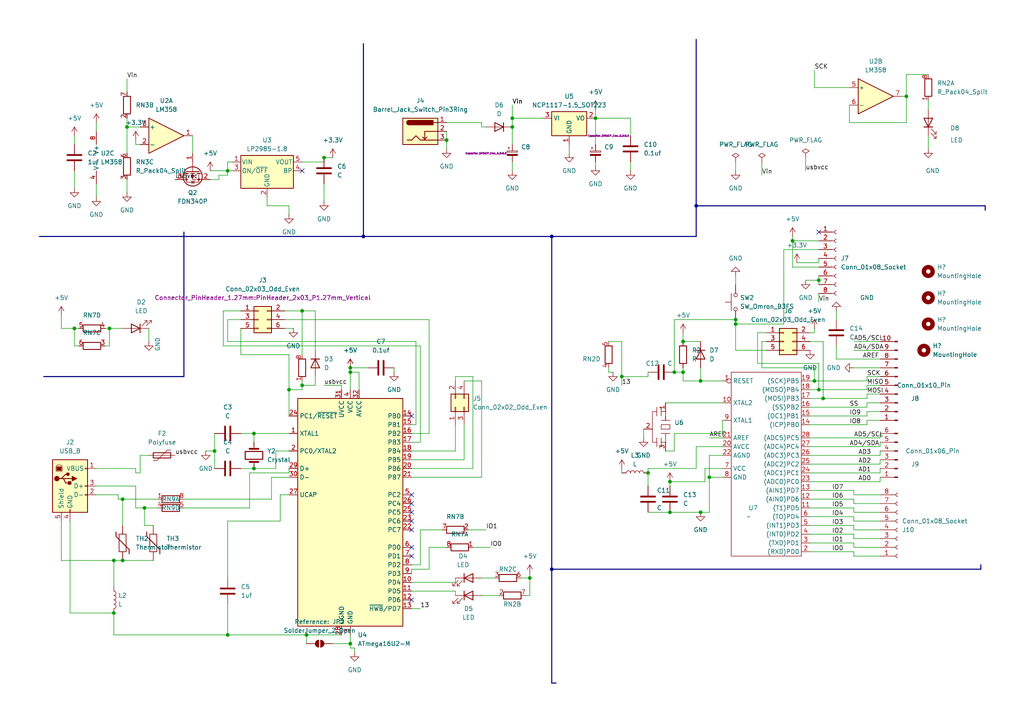
<source format=kicad_sch>
(kicad_sch (version 20250114) (generator "eeschema") (generator_version "9.0")
  (paper "A4")
  (title_block (title "Arduino uno ") (date "2025-07-14"))
  (junction (at 87.63 90.17))
  (junction (at 203.2 110.49))
  (junction (at 105.41 68.58))
  (junction (at 213.36 93.98))
  (junction (at 148.59 36.83))
  (junction (at 172.72 34.29))
  (junction (at 101.6 106.68))
  (junction (at 36.83 36.83))
  (junction (at 237.49 81.28))
  (junction (at 229.87 69.85))
  (junction (at 153.67 167.64))
  (junction (at 62.23 130.81))
  (junction (at 160.02 165.1))
  (junction (at 41.91 147.32))
  (junction (at 33.02 162.56))
  (junction (at 213.36 92.71))
  (junction (at 203.2 148.59))
  (junction (at 83.82 113.03))
  (junction (at 198.12 107.95))
  (junction (at 35.56 144.78))
  (junction (at 194.31 148.59))
  (junction (at 237.49 113.03))
  (junction (at 205.74 138.43))
  (junction (at 148.59 34.29))
  (junction (at 87.63 111.76))
  (junction (at 262.89 27.94))
  (junction (at 31.75 95.25))
  (junction (at 187.96 137.16))
  (junction (at 66.04 184.15))
  (junction (at 198.12 99.06))
  (junction (at 73.66 125.73))
  (junction (at 195.58 107.95))
  (junction (at 73.66 135.89))
  (junction (at 201.93 59.69))
  (junction (at 236.22 110.49))
  (junction (at 160.02 68.58))
  (junction (at 238.76 115.57))
  (junction (at 93.98 45.72))
  (junction (at 21.59 95.25))
  (junction (at 33.02 177.8))
  (junction (at 129.54 40.64))
  (junction (at 66.04 49.53))
  (junction (at 35.56 162.56))
  (junction (at 101.6 186.69))
  (junction (at 101.6 107.95))
  (junction (at 180.34 109.22))
  (junction (at 194.31 139.7))
  (junction (at 88.9 184.15))
  (no_connect (at 87.63 49.53))
  (no_connect (at 119.38 148.59))
  (no_connect (at 119.38 146.05))
  (no_connect (at 119.38 143.51))
  (no_connect (at 119.38 158.75))
  (no_connect (at 119.38 153.67))
  (no_connect (at 119.38 161.29))
  (no_connect (at 119.38 120.65))
  (no_connect (at 119.38 151.13))
  (no_connect (at 237.49 67.31))
  (no_connect (at 119.38 173.99))
  (wire (pts (xy 234.95 132.08) (xy 255.27 132.08)))
  (wire (pts (xy 209.55 129.54) (xy 201.93 129.54)))
  (bus (pts (xy 105.41 68.58) (xy 160.02 68.58)))
  (wire (pts (xy 64.77 100.33) (xy 121.92 100.33)))
  (wire (pts (xy 255.27 129.54) (xy 255.27 128.27)))
  (wire (pts (xy 87.63 110.49) (xy 87.63 111.76)))
  (wire (pts (xy 269.24 21.59) (xy 262.89 21.59)))
  (wire (pts (xy 219.71 96.52) (xy 219.71 105.41)))
  (wire (pts (xy 83.82 102.87) (xy 83.82 113.03)))
  (wire (pts (xy 209.55 125.73) (xy 209.55 121.92)))
  (wire (pts (xy 63.5 50.8) (xy 63.5 52.07)))
  (wire (pts (xy 198.12 107.95) (xy 198.12 110.49)))
  (wire (pts (xy 21.59 95.25) (xy 22.86 95.25)))
  (wire (pts (xy 78.74 138.43) (xy 83.82 138.43)))
  (wire (pts (xy 195.58 125.73) (xy 209.55 125.73)))
  (wire (pts (xy 20.32 151.13) (xy 20.32 177.8)))
  (wire (pts (xy 262.89 21.59) (xy 262.89 27.94)))
  (wire (pts (xy 247.65 157.48) (xy 247.65 158.75)))
  (wire (pts (xy 234.95 127) (xy 255.27 127)))
  (wire (pts (xy 213.36 101.6) (xy 222.25 101.6)))
  (wire (pts (xy 172.72 34.29) (xy 182.88 34.29)))
  (wire (pts (xy 120.65 99.06) (xy 120.65 123.19)))
  (wire (pts (xy 262.89 27.94) (xy 262.89 35.56)))
  (wire (pts (xy 222.25 96.52) (xy 219.71 96.52)))
  (wire (pts (xy 247.65 154.94) (xy 247.65 156.21)))
  (wire (pts (xy 39.37 140.97) (xy 39.37 147.32)))
  (wire (pts (xy 165.1 41.91) (xy 165.1 44.45)))
  (wire (pts (xy 82.55 95.25) (xy 85.09 95.25)))
  (wire (pts (xy 247.65 153.67) (xy 255.27 153.67)))
  (wire (pts (xy 247.65 143.51) (xy 255.27 143.51)))
  (wire (pts (xy 251.46 120.65) (xy 251.46 119.38)))
  (wire (pts (xy 261.62 27.94) (xy 262.89 27.94)))
  (wire (pts (xy 101.6 186.69) (xy 101.6 187.96)))
  (bus (pts (xy 201.93 59.69) (xy 201.93 68.58)))
  (wire (pts (xy 119.38 128.27) (xy 121.92 128.27)))
  (wire (pts (xy 124.46 125.73) (xy 119.38 125.73)))
  (wire (pts (xy 132.08 110.49) (xy 132.08 109.22)))
  (wire (pts (xy 41.91 152.4) (xy 44.45 152.4)))
  (wire (pts (xy 247.65 156.21) (xy 255.27 156.21)))
  (wire (pts (xy 119.38 176.53) (xy 121.92 176.53)))
  (wire (pts (xy 69.85 90.17) (xy 64.77 90.17)))
  (wire (pts (xy 213.36 93.98) (xy 213.36 101.6)))
  (wire (pts (xy 236.22 106.68) (xy 236.22 110.49)))
  (wire (pts (xy 269.24 39.37) (xy 269.24 43.18)))
  (bus (pts (xy 160.02 165.1) (xy 160.02 198.12)))
  (wire (pts (xy 27.94 143.51) (xy 34.29 143.51)))
  (wire (pts (xy 69.85 102.87) (xy 83.82 102.87)))
  (wire (pts (xy 246.38 30.48) (xy 246.38 35.56)))
  (wire (pts (xy 195.58 107.95) (xy 198.12 107.95)))
  (wire (pts (xy 247.65 147.32) (xy 247.65 148.59)))
  (wire (pts (xy 187.96 137.16) (xy 187.96 140.97)))
  (wire (pts (xy 204.47 139.7) (xy 194.31 139.7)))
  (wire (pts (xy 36.83 22.86) (xy 36.83 26.67)))
  (wire (pts (xy 66.04 99.06) (xy 120.65 99.06)))
  (wire (pts (xy 234.95 149.86) (xy 247.65 149.86)))
  (wire (pts (xy 132.08 123.19) (xy 132.08 130.81)))
  (wire (pts (xy 66.04 50.8) (xy 66.04 49.53)))
  (wire (pts (xy 247.65 106.68) (xy 255.27 106.68)))
  (wire (pts (xy 124.46 92.71) (xy 124.46 125.73)))
  (wire (pts (xy 251.46 111.76) (xy 255.27 111.76)))
  (wire (pts (xy 21.59 39.37) (xy 21.59 41.91)))
  (wire (pts (xy 104.14 113.03) (xy 104.14 107.95)))
  (wire (pts (xy 204.47 135.89) (xy 204.47 139.7)))
  (wire (pts (xy 237.49 81.28) (xy 237.49 82.55)))
  (wire (pts (xy 151.13 167.64) (xy 153.67 167.64)))
  (wire (pts (xy 153.67 172.72) (xy 153.67 167.64)))
  (wire (pts (xy 20.32 177.8) (xy 33.02 177.8)))
  (bus (pts (xy 160.02 68.58) (xy 160.02 165.1)))
  (wire (pts (xy 41.91 147.32) (xy 41.91 152.4)))
  (wire (pts (xy 234.95 123.19) (xy 251.46 123.19)))
  (wire (pts (xy 55.88 39.37) (xy 55.88 44.45)))
  (wire (pts (xy 236.22 110.49) (xy 251.46 110.49)))
  (wire (pts (xy 198.12 99.06) (xy 198.12 96.52)))
  (wire (pts (xy 251.46 119.38) (xy 255.27 119.38)))
  (wire (pts (xy 251.46 114.3) (xy 255.27 114.3)))
  (wire (pts (xy 62.23 130.81) (xy 62.23 135.89)))
  (wire (pts (xy 213.36 92.71) (xy 213.36 93.98)))
  (wire (pts (xy 101.6 106.68) (xy 101.6 107.95)))
  (wire (pts (xy 247.65 149.86) (xy 247.65 151.13)))
  (wire (pts (xy 148.59 30.48) (xy 148.59 34.29)))
  (wire (pts (xy 93.98 45.72) (xy 93.98 46.99)))
  (wire (pts (xy 82.55 90.17) (xy 87.63 90.17)))
  (wire (pts (xy 234.95 134.62) (xy 255.27 134.62)))
  (wire (pts (xy 121.92 100.33) (xy 121.92 128.27)))
  (wire (pts (xy 139.7 110.49) (xy 139.7 138.43)))
  (wire (pts (xy 251.46 116.84) (xy 255.27 116.84)))
  (wire (pts (xy 81.28 143.51) (xy 81.28 151.13)))
  (wire (pts (xy 129.54 43.18) (xy 129.54 40.64)))
  (wire (pts (xy 17.78 151.13) (xy 17.78 162.56)))
  (wire (pts (xy 66.04 92.71) (xy 69.85 92.71)))
  (wire (pts (xy 255.27 134.62) (xy 255.27 133.35)))
  (wire (pts (xy 73.66 125.73) (xy 73.66 128.27)))
  (wire (pts (xy 93.98 111.76) (xy 99.06 111.76)))
  (wire (pts (xy 34.29 144.78) (xy 35.56 144.78)))
  (wire (pts (xy 73.66 125.73) (xy 83.82 125.73)))
  (wire (pts (xy 242.57 90.17) (xy 242.57 92.71)))
  (wire (pts (xy 119.38 165.1) (xy 119.38 166.37)))
  (wire (pts (xy 247.65 142.24) (xy 247.65 143.51)))
  (wire (pts (xy 227.33 93.98) (xy 213.36 93.98)))
  (wire (pts (xy 220.98 46.99) (xy 220.98 50.8)))
  (wire (pts (xy 72.39 137.16) (xy 83.82 137.16)))
  (wire (pts (xy 187.96 109.22) (xy 187.96 107.95)))
  (wire (pts (xy 251.46 118.11) (xy 251.46 116.84)))
  (wire (pts (xy 78.74 144.78) (xy 78.74 138.43)))
  (wire (pts (xy 66.04 92.71) (xy 66.04 99.06)))
  (wire (pts (xy 88.9 184.15) (xy 88.9 186.69)))
  (wire (pts (xy 186.69 124.46) (xy 186.69 127)))
  (wire (pts (xy 172.72 34.29) (xy 172.72 41.91)))
  (wire (pts (xy 139.7 35.56) (xy 139.7 36.83)))
  (wire (pts (xy 251.46 113.03) (xy 251.46 111.76)))
  (wire (pts (xy 251.46 109.22) (xy 255.27 109.22)))
  (wire (pts (xy 237.49 69.85) (xy 229.87 69.85)))
  (wire (pts (xy 247.65 144.78) (xy 247.65 146.05)))
  (wire (pts (xy 234.95 160.02) (xy 247.65 160.02)))
  (wire (pts (xy 251.46 123.19) (xy 251.46 121.92)))
  (wire (pts (xy 43.18 95.25) (xy 43.18 99.06)))
  (wire (pts (xy 148.59 36.83) (xy 148.59 41.91)))
  (wire (pts (xy 62.23 125.73) (xy 62.23 130.81)))
  (wire (pts (xy 203.2 106.68) (xy 203.2 110.49)))
  (bus (pts (xy 201.93 11.43) (xy 201.93 59.69)))
  (wire (pts (xy 119.38 168.91) (xy 132.08 168.91)))
  (wire (pts (xy 69.85 95.25) (xy 69.85 102.87)))
  (wire (pts (xy 234.95 154.94) (xy 247.65 154.94)))
  (wire (pts (xy 237.49 72.39) (xy 227.33 72.39)))
  (wire (pts (xy 187.96 135.89) (xy 187.96 137.16)))
  (wire (pts (xy 255.27 139.7) (xy 255.27 138.43)))
  (wire (pts (xy 87.63 111.76) (xy 87.63 113.03)))
  (wire (pts (xy 83.82 59.69) (xy 83.82 62.23)))
  (wire (pts (xy 198.12 110.49) (xy 203.2 110.49)))
  (wire (pts (xy 137.16 109.22) (xy 137.16 135.89)))
  (wire (pts (xy 82.55 92.71) (xy 124.46 92.71)))
  (wire (pts (xy 180.34 109.22) (xy 187.96 109.22)))
  (wire (pts (xy 237.49 85.09) (xy 237.49 87.63)))
  (wire (pts (xy 180.34 109.22) (xy 180.34 111.76)))
  (bus (pts (xy 284.48 163.83) (xy 284.48 165.1)))
  (wire (pts (xy 21.59 49.53) (xy 21.59 54.61)))
  (wire (pts (xy 176.53 106.68) (xy 176.53 107.95)))
  (wire (pts (xy 66.04 151.13) (xy 66.04 167.64)))
  (wire (pts (xy 102.87 187.96) (xy 101.6 187.96)))
  (wire (pts (xy 40.64 137.16) (xy 39.37 137.16)))
  (wire (pts (xy 195.58 92.71) (xy 195.58 107.95)))
  (wire (pts (xy 39.37 147.32) (xy 41.91 147.32)))
  (wire (pts (xy 234.95 118.11) (xy 251.46 118.11)))
  (wire (pts (xy 172.72 46.99) (xy 172.72 48.26)))
  (wire (pts (xy 60.96 49.53) (xy 66.04 49.53)))
  (wire (pts (xy 238.76 99.06) (xy 238.76 115.57)))
  (wire (pts (xy 234.95 137.16) (xy 255.27 137.16)))
  (wire (pts (xy 63.5 50.8) (xy 66.04 50.8)))
  (wire (pts (xy 237.49 105.41) (xy 237.49 113.03)))
  (wire (pts (xy 182.88 34.29) (xy 182.88 39.37)))
  (wire (pts (xy 195.58 130.81) (xy 193.04 130.81)))
  (wire (pts (xy 132.08 168.91) (xy 132.08 167.64)))
  (bus (pts (xy 11.43 68.58) (xy 105.41 68.58)))
  (wire (pts (xy 27.94 35.56) (xy 27.94 38.1)))
  (wire (pts (xy 209.55 135.89) (xy 204.47 135.89)))
  (wire (pts (xy 101.6 107.95) (xy 104.14 107.95)))
  (wire (pts (xy 124.46 165.1) (xy 119.38 165.1)))
  (wire (pts (xy 229.87 69.85) (xy 229.87 77.47)))
  (wire (pts (xy 33.02 184.15) (xy 33.02 177.8)))
  (wire (pts (xy 35.56 162.56) (xy 44.45 162.56)))
  (wire (pts (xy 269.24 29.21) (xy 269.24 31.75)))
  (wire (pts (xy 255.27 125.73) (xy 255.27 127)))
  (wire (pts (xy 132.08 109.22) (xy 137.16 109.22)))
  (wire (pts (xy 60.96 52.07) (xy 63.5 52.07)))
  (wire (pts (xy 222.25 99.06) (xy 220.98 99.06)))
  (wire (pts (xy 41.91 147.32) (xy 45.72 147.32)))
  (wire (pts (xy 236.22 25.4) (xy 246.38 25.4)))
  (wire (pts (xy 17.78 95.25) (xy 21.59 95.25)))
  (wire (pts (xy 195.58 92.71) (xy 213.36 92.71)))
  (bus (pts (xy 160.02 68.58) (xy 201.93 68.58)))
  (wire (pts (xy 247.65 101.6) (xy 255.27 101.6)))
  (wire (pts (xy 242.57 100.33) (xy 242.57 104.14)))
  (wire (pts (xy 234.95 144.78) (xy 247.65 144.78)))
  (wire (pts (xy 39.37 137.16) (xy 39.37 135.89)))
  (wire (pts (xy 132.08 130.81) (xy 119.38 130.81)))
  (wire (pts (xy 139.7 172.72) (xy 144.78 172.72)))
  (wire (pts (xy 139.7 167.64) (xy 143.51 167.64)))
  (wire (pts (xy 40.64 132.08) (xy 43.18 132.08)))
  (wire (pts (xy 21.59 95.25) (xy 21.59 100.33)))
  (wire (pts (xy 234.95 115.57) (xy 238.76 115.57)))
  (wire (pts (xy 80.01 135.89) (xy 80.01 130.81)))
  (wire (pts (xy 83.82 137.16) (xy 83.82 135.89)))
  (wire (pts (xy 134.62 110.49) (xy 139.7 110.49)))
  (wire (pts (xy 234.95 110.49) (xy 236.22 110.49)))
  (wire (pts (xy 81.28 151.13) (xy 66.04 151.13)))
  (wire (pts (xy 80.01 130.81) (xy 83.82 130.81)))
  (wire (pts (xy 132.08 171.45) (xy 132.08 172.72)))
  (wire (pts (xy 246.38 35.56) (xy 262.89 35.56)))
  (wire (pts (xy 182.88 46.99) (xy 182.88 49.53)))
  (wire (pts (xy 87.63 46.99) (xy 93.98 46.99)))
  (wire (pts (xy 35.56 144.78) (xy 45.72 144.78)))
  (wire (pts (xy 247.65 151.13) (xy 255.27 151.13)))
  (wire (pts (xy 251.46 115.57) (xy 251.46 114.3)))
  (wire (pts (xy 93.98 45.72) (xy 96.52 45.72)))
  (wire (pts (xy 124.46 158.75) (xy 129.54 158.75)))
  (wire (pts (xy 152.4 172.72) (xy 153.67 172.72)))
  (wire (pts (xy 238.76 115.57) (xy 251.46 115.57)))
  (wire (pts (xy 255.27 132.08) (xy 255.27 130.81)))
  (wire (pts (xy 119.38 171.45) (xy 132.08 171.45)))
  (wire (pts (xy 87.63 90.17) (xy 91.44 90.17)))
  (wire (pts (xy 77.47 57.15) (xy 77.47 59.69)))
  (wire (pts (xy 59.69 130.81) (xy 62.23 130.81)))
  (wire (pts (xy 148.59 34.29) (xy 148.59 36.83)))
  (wire (pts (xy 91.44 109.22) (xy 91.44 111.76)))
  (wire (pts (xy 172.72 31.75) (xy 172.72 34.29)))
  (wire (pts (xy 242.57 104.14) (xy 255.27 104.14)))
  (wire (pts (xy 36.83 36.83) (xy 36.83 44.45)))
  (wire (pts (xy 135.89 153.67) (xy 140.97 153.67)))
  (wire (pts (xy 91.44 90.17) (xy 91.44 101.6)))
  (wire (pts (xy 237.49 81.28) (xy 237.49 80.01)))
  (wire (pts (xy 220.98 106.68) (xy 236.22 106.68)))
  (wire (pts (xy 66.04 49.53) (xy 67.31 49.53)))
  (wire (pts (xy 209.55 138.43) (xy 205.74 138.43)))
  (wire (pts (xy 205.74 148.59) (xy 203.2 148.59)))
  (wire (pts (xy 83.82 143.51) (xy 81.28 143.51)))
  (wire (pts (xy 205.74 127) (xy 209.55 127)))
  (bus (pts (xy 12.7 109.22) (xy 53.34 109.22)))
  (wire (pts (xy 234.95 129.54) (xy 255.27 129.54)))
  (wire (pts (xy 72.39 147.32) (xy 72.39 137.16)))
  (wire (pts (xy 35.56 144.78) (xy 35.56 152.4)))
  (wire (pts (xy 213.36 46.99) (xy 213.36 49.53)))
  (wire (pts (xy 227.33 72.39) (xy 227.33 93.98)))
  (wire (pts (xy 33.02 162.56) (xy 35.56 162.56)))
  (wire (pts (xy 88.9 184.15) (xy 66.04 184.15)))
  (wire (pts (xy 194.31 139.7) (xy 194.31 140.97)))
  (wire (pts (xy 180.34 135.89) (xy 180.34 137.16)))
  (wire (pts (xy 148.59 46.99) (xy 148.59 49.53)))
  (wire (pts (xy 30.48 95.25) (xy 31.75 95.25)))
  (wire (pts (xy 153.67 167.64) (xy 153.67 166.37)))
  (wire (pts (xy 247.65 148.59) (xy 255.27 148.59)))
  (wire (pts (xy 69.85 135.89) (xy 73.66 135.89)))
  (wire (pts (xy 176.53 107.95) (xy 177.8 107.95)))
  (wire (pts (xy 234.95 113.03) (xy 237.49 113.03)))
  (wire (pts (xy 33.02 170.18) (xy 33.02 162.56)))
  (wire (pts (xy 234.95 142.24) (xy 247.65 142.24)))
  (wire (pts (xy 40.64 41.91) (xy 39.37 41.91)))
  (wire (pts (xy 53.34 147.32) (xy 72.39 147.32)))
  (wire (pts (xy 234.95 96.52) (xy 236.22 96.52)))
  (wire (pts (xy 247.65 158.75) (xy 255.27 158.75)))
  (wire (pts (xy 27.94 140.97) (xy 39.37 140.97)))
  (wire (pts (xy 93.98 53.34) (xy 93.98 58.42)))
  (wire (pts (xy 157.48 34.29) (xy 148.59 34.29)))
  (wire (pts (xy 120.65 123.19) (xy 119.38 123.19)))
  (wire (pts (xy 236.22 96.52) (xy 236.22 95.25)))
  (wire (pts (xy 83.82 113.03) (xy 83.82 120.65)))
  (wire (pts (xy 129.54 35.56) (xy 139.7 35.56)))
  (bus (pts (xy 53.34 67.31) (xy 53.34 109.22)))
  (wire (pts (xy 231.14 76.2) (xy 237.49 76.2)))
  (bus (pts (xy 105.41 12.7) (xy 105.41 68.58)))
  (wire (pts (xy 237.49 113.03) (xy 251.46 113.03)))
  (wire (pts (xy 134.62 123.19) (xy 134.62 133.35)))
  (wire (pts (xy 36.83 52.07) (xy 36.83 55.88)))
  (wire (pts (xy 96.52 186.69) (xy 101.6 186.69)))
  (wire (pts (xy 129.54 38.1) (xy 129.54 40.64)))
  (wire (pts (xy 233.68 81.28) (xy 237.49 81.28)))
  (wire (pts (xy 247.65 160.02) (xy 247.65 161.29)))
  (wire (pts (xy 34.29 143.51) (xy 34.29 144.78)))
  (wire (pts (xy 198.12 106.68) (xy 198.12 107.95)))
  (wire (pts (xy 201.93 135.89) (xy 187.96 135.89)))
  (wire (pts (xy 139.7 36.83) (xy 140.97 36.83)))
  (wire (pts (xy 213.36 80.01) (xy 213.36 82.55)))
  (wire (pts (xy 39.37 135.89) (xy 27.94 135.89)))
  (wire (pts (xy 66.04 175.26) (xy 66.04 184.15)))
  (wire (pts (xy 255.27 137.16) (xy 255.27 135.89)))
  (wire (pts (xy 21.59 100.33) (xy 22.86 100.33)))
  (wire (pts (xy 205.74 132.08) (xy 205.74 138.43)))
  (bus (pts (xy 201.93 59.69) (xy 285.75 59.69)))
  (wire (pts (xy 101.6 106.68) (xy 106.68 106.68)))
  (wire (pts (xy 66.04 184.15) (xy 33.02 184.15)))
  (bus (pts (xy 160.02 165.1) (xy 284.48 165.1)))
  (wire (pts (xy 31.75 95.25) (xy 31.75 100.33)))
  (wire (pts (xy 137.16 158.75) (xy 142.24 158.75)))
  (wire (pts (xy 91.44 111.76) (xy 87.63 111.76)))
  (bus (pts (xy 160.02 198.12) (xy 161.29 198.12)))
  (wire (pts (xy 237.49 77.47) (xy 229.87 77.47)))
  (wire (pts (xy 30.48 100.33) (xy 31.75 100.33)))
  (wire (pts (xy 114.3 106.68) (xy 114.3 107.95)))
  (wire (pts (xy 99.06 184.15) (xy 88.9 184.15)))
  (wire (pts (xy 77.47 59.69) (xy 83.82 59.69)))
  (wire (pts (xy 195.58 125.73) (xy 195.58 130.81)))
  (wire (pts (xy 17.78 162.56) (xy 33.02 162.56)))
  (wire (pts (xy 251.46 121.92) (xy 255.27 121.92)))
  (wire (pts (xy 139.7 138.43) (xy 119.38 138.43)))
  (wire (pts (xy 27.94 53.34) (xy 27.94 57.15)))
  (wire (pts (xy 205.74 138.43) (xy 205.74 148.59)))
  (wire (pts (xy 194.31 148.59) (xy 203.2 148.59)))
  (wire (pts (xy 247.65 152.4) (xy 247.65 153.67)))
  (wire (pts (xy 87.63 113.03) (xy 83.82 113.03)))
  (wire (pts (xy 247.65 99.06) (xy 255.27 99.06)))
  (wire (pts (xy 31.75 95.25) (xy 35.56 95.25)))
  (wire (pts (xy 201.93 129.54) (xy 201.93 135.89)))
  (wire (pts (xy 251.46 110.49) (xy 251.46 109.22)))
  (wire (pts (xy 193.04 116.84) (xy 209.55 116.84)))
  (wire (pts (xy 134.62 133.35) (xy 119.38 133.35)))
  (wire (pts (xy 233.68 45.72) (xy 233.68 49.53)))
  (wire (pts (xy 121.92 163.83) (xy 121.92 153.67)))
  (wire (pts (xy 101.6 184.15) (xy 101.6 186.69)))
  (wire (pts (xy 219.71 105.41) (xy 237.49 105.41)))
  (wire (pts (xy 53.34 144.78) (xy 78.74 144.78)))
  (wire (pts (xy 99.06 111.76) (xy 99.06 113.03)))
  (wire (pts (xy 187.96 148.59) (xy 194.31 148.59)))
  (wire (pts (xy 36.83 36.83) (xy 40.64 36.83)))
  (wire (pts (xy 121.92 153.67) (xy 128.27 153.67)))
  (wire (pts (xy 64.77 90.17) (xy 64.77 100.33)))
  (bus (pts (xy 285.75 59.69) (xy 285.75 60.96)))
  (wire (pts (xy 236.22 20.32) (xy 236.22 25.4)))
  (wire (pts (xy 40.64 137.16) (xy 40.64 132.08)))
  (wire (pts (xy 247.65 146.05) (xy 255.27 146.05)))
  (wire (pts (xy 234.95 120.65) (xy 251.46 120.65)))
  (wire (pts (xy 69.85 125.73) (xy 73.66 125.73)))
  (wire (pts (xy 203.2 110.49) (xy 209.55 110.49)))
  (wire (pts (xy 234.95 99.06) (xy 238.76 99.06)))
  (wire (pts (xy 36.83 34.29) (xy 36.83 36.83)))
  (wire (pts (xy 209.55 132.08) (xy 205.74 132.08)))
  (wire (pts (xy 17.78 91.44) (xy 17.78 95.25)))
  (wire (pts (xy 176.53 99.06) (xy 180.34 99.06)))
  (wire (pts (xy 198.12 99.06) (xy 203.2 99.06)))
  (wire (pts (xy 66.04 49.53) (xy 66.04 46.99)))
  (wire (pts (xy 247.65 161.29) (xy 255.27 161.29)))
  (wire (pts (xy 234.95 147.32) (xy 247.65 147.32)))
  (wire (pts (xy 220.98 99.06) (xy 220.98 106.68)))
  (wire (pts (xy 180.34 99.06) (xy 180.34 109.22)))
  (wire (pts (xy 119.38 163.83) (xy 121.92 163.83)))
  (wire (pts (xy 73.66 135.89) (xy 80.01 135.89)))
  (wire (pts (xy 237.49 76.2) (xy 237.49 74.93)))
  (wire (pts (xy 101.6 107.95) (xy 101.6 113.03)))
  (wire (pts (xy 234.95 139.7) (xy 255.27 139.7)))
  (wire (pts (xy 102.87 187.96) (xy 102.87 189.23)))
  (wire (pts (xy 229.87 68.58) (xy 229.87 69.85)))
  (wire (pts (xy 137.16 135.89) (xy 119.38 135.89)))
  (wire (pts (xy 124.46 158.75) (xy 124.46 165.1)))
  (wire (pts (xy 234.95 152.4) (xy 247.65 152.4)))
  (wire (pts (xy 39.37 41.91) (xy 39.37 40.64)))
  (wire (pts (xy 87.63 90.17) (xy 87.63 102.87)))
  (wire (pts (xy 66.04 46.99) (xy 67.31 46.99)))
  (wire (pts (xy 234.95 157.48) (xy 247.65 157.48)))
  (label "Vin" (at 220.98 50.8 0))
  (label "13" (at 121.92 176.53 0))
  (label "AD5{slash}SCL" (at 247.65 127 0))
  (label "AD1" (at 248.92 137.16 0))
  (label "AD3" (at 248.92 132.08 0))
  (label "SCK" (at 236.22 20.32 0))
  (label "Vin" (at 237.49 87.63 0))
  (label "IO2" (at 241.3 154.94 0))
  (label "SS" (at 246.38 118.11 0))
  (label "AD5{slash}SCL" (at 247.65 99.06 0))
  (label "MOSI" (at 251.46 114.3 0))
  (label "IO0" (at 142.24 158.75 0))
  (label "AD2" (at 248.92 134.62 0))
  (label "Vin" (at 36.83 22.86 0))
  (label "usbvcc" (at 233.68 49.53 0))
  (label "IO7" (at 241.3 142.24 0))
  (label "AREF" (at 250.19 104.14 0))
  (label "IO9" (at 246.38 120.65 0))
  (label "IO0" (at 241.3 160.02 0))
  (label "IO4" (at 241.3 149.86 0))
  (label "MISO" (at 251.46 111.76 0))
  (label "IO3" (at 241.3 152.4 0))
  (label "IO5" (at 241.3 147.32 0))
  (label "usbvcc" (at 93.98 111.76 0))
  (label "IO1" (at 241.3 157.48 0))
  (label "Vin" (at 148.59 30.48 0))
  (label "AD4{slash}SDA" (at 246.38 129.54 0))
  (label "AD0" (at 248.92 139.7 0))
  (label "IO6" (at 241.3 144.78 0))
  (label "IO8" (at 246.38 123.19 0))
  (label "13" (at 180.34 111.76 0))
  (label "IO1" (at 140.97 153.67 0))
  (label "usbvcc" (at 50.8 52.07 0))
  (label "usbvcc" (at 50.8 132.08 0))
  (label "SCK" (at 251.46 109.22 0))
  (label "AREF" (at 205.74 127 0))
  (label "AD4{slash}SDA" (at 247.65 101.6 0))
  (label "Vin" (at 148.59 30.48 0))
  (symbol (lib_id "power:GND") (at 93.98 58.42 0) (unit 1)
    (property "Reference" "#PWR014" (effects (hide yes)))
    (property "Value" "GND" (at 93.98 63.5 0))
    (property "Description" "Power symbol creates a global label with name \"GND\" , ground" (effects (hide yes)))
  )
  (symbol (lib_id "Connector:Conn_01x08_Socket") (at 260.35 153.67 0) (mirror x) (unit 1)
    (property "Reference" "J10" (at 261.62 153.6701 0) (effects (justify left)))
    (property "Value" "Conn_01x08_Socket" (at 261.62 151.1301 0) (effects (justify left)))
    (property "Footprint" "Connector_PinSocket_2.54mm:PinSocket_1x08_P2.54mm_Vertical" (effects (hide yes)))
    (property "Description" "Generic connector, single row, 01x08, script generated" (effects (hide yes)))
  )
  (symbol (lib_id "power:GND") (at 102.87 189.23 0) (unit 1)
    (property "Reference" "#PWR018" (effects (hide yes)))
    (property "Value" "GND" (at 102.87 194.31 0))
    (property "Description" "Power symbol creates a global label with name \"GND\" , ground" (effects (hide yes)))
  )
  (symbol (lib_id "Device:R_Pack04_Split") (at 147.32 167.64 270) (mirror x) (unit 3)
    (property "Reference" "RN2" (at 147.32 165.1 90))
    (property "Value" "R_Pack04_Split" (effects (hide yes)))
    (property "Footprint" "Resistor_SMD:R_Array_Convex_4x0402" (effects (hide yes)))
    (property "Description" "4 resistor network, parallel topology, split" (effects (hide yes)))
  )
  (symbol (lib_id "Device:D") (at 144.78 36.83 180) (unit 1)
    (property "Reference" "D6" (at 144.78 30.48 0))
    (property "Value" "D" (at 144.78 33.02 0))
    (property "Footprint" "Diode_SMD:D_SOD-523" (effects (hide yes)))
    (property "Description" "Diode" (effects (hide yes)))
    (property "Sim.Device" "D" (effects (hide yes)))
    (property "Sim.Pins" "1=K 2=A" (effects (hide yes)))
  )
  (symbol (lib_id "Device:C") (at 110.49 106.68 90) (unit 1)
    (property "Reference" "C7" (at 110.49 99.06 90))
    (property "Value" "0.1uf" (at 110.49 101.6 90))
    (property "Footprint" "Capacitor_SMD:C_0603_1608Metric" (effects (hide yes)))
    (property "Description" "Unpolarized capacitor" (effects (hide yes)))
  )
  (symbol (lib_id "power:GND") (at 114.3 107.95 0) (unit 1)
    (property "Reference" "#PWR019" (effects (hide yes)))
    (property "Value" "GND" (at 114.3 113.03 0))
    (property "Description" "Power symbol creates a global label with name \"GND\" , ground" (effects (hide yes)))
  )
  (symbol (lib_id "Device:D") (at 91.44 105.41 270) (unit 1)
    (property "Reference" "D3" (at 93.98 104.1399 90) (effects (justify left)))
    (property "Value" "D" (at 93.98 106.6799 90) (effects (justify left)))
    (property "Footprint" "Diode_SMD:D_0805_2012Metric_Pad1.15x1.40mm_HandSolder" (effects (hide yes)))
    (property "Description" "Diode" (effects (hide yes)))
    (property "Sim.Device" "D" (effects (hide yes)))
    (property "Sim.Pins" "1=K 2=A" (effects (hide yes)))
  )
  (symbol (lib_id "power:GND") (at 165.1 44.45 0) (unit 1)
    (property "Reference" "#PWR023" (effects (hide yes)))
    (property "Value" "GND" (at 165.1 49.53 0))
    (property "Description" "Power symbol creates a global label with name \"GND\" , ground" (effects (hide yes)))
  )
  (symbol (lib_id "Device:R_Pack04_Split") (at 87.63 106.68 0) (unit 1)
    (property "Reference" "RN9D2" (effects (hide yes)))
    (property "Value" "R_Pack04_Split" (effects (hide yes)))
    (property "Footprint" "Resistor_SMD:R_Array_Convex_4x0402" (effects (hide yes)))
    (property "Description" "4 resistor network, parallel topology, split" (effects (hide yes)))
  )
  (symbol (lib_id "Amplifier_Operational:LM358") (at 254 27.94 0) (unit 2)
    (property "Reference" "U2" (at 254 17.78 0))
    (property "Value" "LM358" (at 254 20.32 0))
    (property "Footprint" "Package_SO:SOIC-8_3.9x4.9mm_P1.27mm" (effects (hide yes)))
    (property "Datasheet" "http://www.ti.com/lit/ds/symlink/lm2904-n.pdf" (effects (hide yes)))
    (property "Description" "Low-Power, Dual Operational Amplifiers, DIP-8/SOIC-8/TO-99-8" (effects (hide yes)))
  )
  (symbol (lib_id "Device:LED") (at 135.89 172.72 0) (unit 1)
    (property "Reference" "D5" (at 135.89 176.53 0))
    (property "Value" "LED" (at 135.89 179.07 0))
    (property "Footprint" "LED_SMD:LED_0402_1005Metric_Pad0.77x0.64mm_HandSolder" (effects (hide yes)))
    (property "Description" "Light emitting diode" (effects (hide yes)))
    (property "Sim.Pins" "1=K 2=A" (effects (hide yes)))
  )
  (symbol (lib_id "power:+5V") (at 194.31 139.7 0) (unit 1)
    (property "Reference" "#PWR030" (effects (hide yes)))
    (property "Value" "+5V" (at 194.31 134.62 0))
    (property "Description" "Power symbol creates a global label with name \"+5V\"" (effects (hide yes)))
  )
  (symbol (lib_id "Device:R") (at 198.12 102.87 0) (unit 1)
    (property "Reference" "R2" (at 200.66 101.5999 0) (effects (justify left)))
    (property "Value" "R" (at 200.66 104.1399 0) (effects (justify left)))
    (property "Footprint" "Resistor_SMD:R_0603_1608Metric" (effects (hide yes)))
    (property "Description" "Resistor" (effects (hide yes)))
  )
  (symbol (lib_id "Device:R_Pack04_Split") (at 176.53 102.87 0) (unit 4)
    (property "Reference" "RN2" (at 168.91 104.14 0) (effects (justify left)))
    (property "Value" "R_Pack04_Split" (effects (hide yes)))
    (property "Footprint" "Resistor_SMD:R_Array_Convex_4x0402" (effects (hide yes)))
    (property "Description" "4 resistor network, parallel topology, split" (effects (hide yes)))
  )
  (symbol (lib_id "Connector:Barrel_Jack_Switch_Pin3Ring") (at 121.92 38.1 0) (unit 1)
    (property "Reference" "J4" (at 121.92 29.21 0))
    (property "Value" "Barrel_Jack_Switch_Pin3Ring" (at 121.92 31.75 0))
    (property "Footprint" "Connector_BarrelJack:BarrelJack_Wuerth_6941xx301002" (effects (hide yes)))
    (property "Description" "DC Barrel Jack with an internal switch" (effects (hide yes)))
  )
  (symbol (lib_id "power:PWR_FLAG") (at 220.98 46.99 0) (unit 1)
    (property "Reference" "#FLG03" (effects (hide yes)))
    (property "Value" "PWR_FLAG" (at 220.98 41.91 0))
    (property "Description" "Special symbol for telling ERC where power comes from" (effects (hide yes)))
  )
  (symbol (lib_id "Device:D") (at 203.2 102.87 270) (unit 1)
    (property "Reference" "D7" (at 205.74 101.5999 90) (effects (justify left)))
    (property "Value" "D" (at 205.74 104.1399 90) (effects (justify left)))
    (property "Footprint" "Diode_SMD:D_1206_3216Metric_Pad1.42x1.75mm_HandSolder" (effects (hide yes)))
    (property "Description" "Diode" (effects (hide yes)))
    (property "Sim.Device" "D" (effects (hide yes)))
    (property "Sim.Pins" "1=K 2=A" (effects (hide yes)))
  )
  (symbol (lib_id "power:+5V") (at 172.72 31.75 0) (unit 1)
    (property "Reference" "#PWR024" (effects (hide yes)))
    (property "Value" "+5V" (at 172.72 26.67 0))
    (property "Description" "Power symbol creates a global label with name \"+5V\"" (effects (hide yes)))
  )
  (symbol (lib_id "Connector:Conn_01x08_Socket") (at 242.57 74.93 0) (unit 1)
    (property "Reference" "J7" (at 243.84 74.9299 0) (effects (justify left)))
    (property "Value" "Conn_01x08_Socket" (at 243.84 77.4699 0) (effects (justify left)))
    (property "Footprint" "Connector_PinSocket_2.54mm:PinSocket_1x08_P2.54mm_Vertical" (effects (hide yes)))
    (property "Description" "Generic connector, single row, 01x08, script generated" (effects (hide yes)))
  )
  (symbol (lib_id "power:+3.3V") (at 231.14 76.2 0) (unit 1)
    (property "Reference" "#PWR036" (effects (hide yes)))
    (property "Value" "+3.3V" (at 231.14 71.12 0))
    (property "Description" "Power symbol creates a global label with name \"+3.3V\"" (effects (hide yes)))
  )
  (symbol (lib_id "Connector:Conn_01x10_Pin") (at 260.35 111.76 180) (unit 1)
    (property "Reference" "J8" (at 265.43 115.57 0))
    (property "Value" "Conn_01x10_Pin" (at 267.97 111.76 0))
    (property "Footprint" "Connector_PinSocket_2.54mm:PinSocket_1x10_P2.54mm_Vertical" (effects (hide yes)))
    (property "Description" "Generic connector, single row, 01x10, script generated" (effects (hide yes)))
  )
  (symbol (lib_id "power:GND") (at 43.18 99.06 0) (unit 1)
    (property "Reference" "#PWR09" (effects (hide yes)))
    (property "Value" "GND" (at 45.72 97.79 90) (effects (justify right)))
    (property "Description" "Power symbol creates a global label with name \"GND\" , ground" (effects (hide yes)))
  )
  (symbol (lib_id "power:GND") (at 129.54 43.18 0) (unit 1)
    (property "Reference" "#PWR020" (effects (hide yes)))
    (property "Value" "GND" (at 129.54 48.26 0))
    (property "Description" "Power symbol creates a global label with name \"GND\" , ground" (effects (hide yes)))
  )
  (symbol (lib_id "Connector_Generic:Conn_02x03_Odd_Even") (at 227.33 99.06 0) (unit 1)
    (property "Reference" "J6" (at 228.6 90.17 0))
    (property "Value" "Conn_02x03_Odd_Even" (at 228.6 92.71 0))
    (property "Footprint" "Connector_PinHeader_1.27mm:PinHeader_2x03_P1.27mm_Vertical" (effects (hide yes)))
    (property "Description" "Generic connector, double row, 02x03, odd/even pin numbering scheme (row 1 odd numbers, row 2 even numbers), script generated (kicad-library-utils/schlib/autogen/connector/)" (effects (hide yes)))
  )
  (symbol (lib_id "Device:C_Polarized_Small") (at 172.72 44.45 0) (unit 1)
    (property "Reference" "C9" (at 175.26 42.6338 0) (effects (justify left)))
    (property "Value" "C_Polarized_Small" (effects (hide yes)))
    (property "Footprint" "Capacitor_SMD:CP_Elec_6.3x5.9" (at 176.53 39.37 0) (effects (font (size 0.5 0.5))))
    (property "Description" "Polarized capacitor, small symbol" (effects (hide yes)))
  )
  (symbol (lib_id "power:GND") (at 234.95 101.6 0) (unit 1)
    (property "Reference" "#PWR038" (effects (hide yes)))
    (property "Value" "GND" (at 234.95 106.68 0))
    (property "Description" "Power symbol creates a global label with name \"GND\" , ground" (effects (hide yes)))
  )
  (symbol (lib_id "Device:L") (at 184.15 137.16 90) (unit 1)
    (property "Reference" "L3" (at 184.15 132.08 90))
    (property "Value" "L" (at 184.15 134.62 90))
    (property "Footprint" "Inductor_SMD:L_0805_2012Metric" (effects (hide yes)))
    (property "Description" "Inductor" (effects (hide yes)))
  )
  (symbol (lib_id "Device:C") (at 93.98 49.53 0) (unit 1)
    (property "Reference" "C6" (at 97.79 48.2599 0) (effects (justify left)))
    (property "Value" "C" (at 97.79 50.7999 0) (effects (justify left)))
    (property "Footprint" "Capacitor_SMD:C_0805_2012Metric" (effects (hide yes)))
    (property "Description" "Unpolarized capacitor" (effects (hide yes)))
  )
  (symbol (lib_id "Device:R_Pack04_Split") (at 36.83 30.48 0) (unit 2)
    (property "Reference" "RN3" (at 39.37 30.4799 0) (effects (justify left)))
    (property "Value" "R_Pack04_Split" (effects (hide yes)))
    (property "Footprint" "Resistor_SMD:R_Array_Concave_4x0402" (effects (hide yes)))
    (property "Description" "4 resistor network, parallel topology, split" (effects (hide yes)))
  )
  (symbol (lib_id "Mechanical:MountingHole") (at 269.24 78.74 0) (unit 1) (in_bom no)
    (property "Reference" "H?" (at 271.78 77.4699 0) (effects (justify left)))
    (property "Value" "MountingHole" (at 271.78 80.0099 0) (effects (justify left)))
    (property "Description" "Mounting Hole without connection" (effects (hide yes)))
  )
  (symbol (lib_id "Device:C_Polarized_Small") (at 148.59 44.45 0) (unit 1)
    (property "Reference" "C8" (at 151.13 42.6338 0) (effects (justify left)))
    (property "Value" "C_Polarized_Small" (effects (hide yes)))
    (property "Footprint" "Capacitor_SMD:CP_Elec_6.3x5.9" (at 140.97 44.45 0) (effects (font (size 0.5 0.5))))
    (property "Description" "Polarized capacitor, small symbol" (effects (hide yes)))
  )
  (symbol (lib_id "Device:LED") (at 269.24 35.56 90) (unit 1)
    (property "Reference" "D8" (at 275.59 37.1475 90) (effects (justify right)))
    (property "Value" "LED" (at 275.59 40.64 90) (effects (justify right)))
    (property "Footprint" "LED_SMD:LED_0603_1608Metric" (effects (hide yes)))
    (property "Description" "Light emitting diode" (effects (hide yes)))
    (property "Sim.Pins" "1=K 2=A" (effects (hide yes)))
  )
  (symbol (lib_id "Connector:USB_B") (at 20.32 140.97 0) (unit 1)
    (property "Reference" "J2" (at 20.32 128.27 0))
    (property "Value" "USB_B" (at 20.32 130.81 0))
    (property "Footprint" "Connector_USB:USB_B_OST_USB-B1HSxx_Horizontal" (effects (hide yes)))
    (property "Description" "USB Type B connector" (effects (hide yes)))
  )
  (symbol (lib_id "user:CSTCE16M0V53-R0") (at 193.04 124.46 270) (unit 1)
    (property "Reference" "U6" (at 195.58 122.5549 90) (effects (justify left)))
    (property "Footprint" "user footprint:CSTCE16M0V53-R0" (effects (hide yes)))
  )
  (symbol (lib_id "Device:C") (at 191.77 107.95 90) (unit 1)
    (property "Reference" "C12" (at 189.23 105.41 90))
    (property "Value" "C" (at 194.31 105.41 90))
    (property "Footprint" "Capacitor_SMD:C_0603_1608Metric" (effects (hide yes)))
    (property "Description" "Unpolarized capacitor" (effects (hide yes)))
  )
  (symbol (lib_id "Jumper:SolderJumper_2_Open") (at 92.71 186.69 0) (unit 1) (in_bom no)
    (property "Reference" "JP2" (at 92.71 180.34 0) (show_name yes))
    (property "Value" "SolderJumper_2_Open" (at 92.71 182.88 0))
    (property "Footprint" "Jumper:SolderJumper-2_P1.3mm_Open_Pad1.0x1.5mm" (effects (hide yes)))
    (property "Description" "Solder Jumper, 2-pole, open" (effects (hide yes)))
  )
  (symbol (lib_id "power:+5V") (at 153.67 166.37 0) (unit 1)
    (property "Reference" "#PWR022" (effects (hide yes)))
    (property "Value" "+5V" (at 153.67 161.29 0))
    (property "Description" "Power symbol creates a global label with name \"+5V\"" (effects (hide yes)))
  )
  (symbol (lib_id "power:GND") (at 247.65 106.68 270) (unit 1)
    (property "Reference" "#PWR041" (effects (hide yes)))
    (property "Value" "GND" (at 243.84 106.6799 90) (effects (justify right)))
    (property "Description" "Power symbol creates a global label with name \"GND\" , ground" (effects (hide yes)))
  )
  (symbol (lib_id "Device:C") (at 66.04 171.45 0) (unit 1)
    (property "Reference" "C5" (at 69.85 170.1799 0) (effects (justify left)))
    (property "Value" "1uf" (at 69.85 172.7199 0) (effects (justify left)))
    (property "Footprint" "Capacitor_SMD:C_0603_1608Metric" (effects (hide yes)))
    (property "Description" "Unpolarized capacitor" (effects (hide yes)))
  )
  (symbol (lib_id "MCU_Microchip_ATmega:ATmega16U2-M") (at 101.6 148.59 0) (unit 1)
    (property "Reference" "U4" (at 103.7433 184.15 0) (effects (justify left)))
    (property "Value" "ATmega16U2-M" (at 103.7433 186.69 0) (effects (justify left)))
    (property "Footprint" "Package_DFN_QFN:QFN-32-1EP_5x5mm_P0.5mm_EP3.3x3.3mm" (effects (hide yes)))
    (property "Datasheet" "http://ww1.microchip.com/downloads/en/DeviceDoc/doc7799.pdf" (effects (hide yes)))
    (property "Description" "16MHz, 16kB Flash, 512B SRAM, 512B EEPROM, QFN-32" (effects (hide yes)))
  )
  (symbol (lib_id "power:GND") (at 213.36 49.53 0) (unit 1)
    (property "Reference" "#PWR033" (effects (hide yes)))
    (property "Value" "GND" (at 213.36 54.61 0))
    (property "Description" "Power symbol creates a global label with name \"GND\" , ground" (effects (hide yes)))
  )
  (symbol (lib_id "power:GND") (at 203.2 148.59 0) (unit 1)
    (property "Reference" "#PWR032" (effects (hide yes)))
    (property "Value" "GND" (at 203.2 153.67 0))
    (property "Description" "Power symbol creates a global label with name \"GND\" , ground" (effects (hide yes)))
  )
  (symbol (lib_id "power:PWR_FLAG") (at 233.68 45.72 0) (unit 1)
    (property "Reference" "#FLG04" (effects (hide yes)))
    (property "Value" "PWR_FLAG" (at 233.68 40.64 0))
    (property "Description" "Special symbol for telling ERC where power comes from" (effects (hide yes)))
  )
  (symbol (lib_id "power:+5V") (at 21.59 39.37 0) (unit 1)
    (property "Reference" "#PWR03" (effects (hide yes)))
    (property "Value" "+5V" (at 21.59 34.29 0))
    (property "Description" "Power symbol creates a global label with name \"+5V\"" (effects (hide yes)))
  )
  (symbol (lib_id "power:GND") (at 172.72 48.26 0) (unit 1)
    (property "Reference" "#PWR025" (effects (hide yes)))
    (property "Value" "GND" (at 172.72 53.34 0))
    (property "Description" "Power symbol creates a global label with name \"GND\" , ground" (effects (hide yes)))
  )
  (symbol (lib_id "Amplifier_Operational:LM358") (at 48.26 39.37 0) (unit 1)
    (property "Reference" "U2" (at 48.26 29.21 0))
    (property "Value" "LM358" (at 48.26 31.75 0))
    (property "Footprint" "Package_SO:SOIC-8_3.9x4.9mm_P1.27mm" (effects (hide yes)))
    (property "Datasheet" "http://www.ti.com/lit/ds/symlink/lm2904-n.pdf" (effects (hide yes)))
    (property "Description" "Low-Power, Dual Operational Amplifiers, DIP-8/SOIC-8/TO-99-8" (effects (hide yes)))
  )
  (symbol (lib_id "Device:Polyfuse") (at 46.99 132.08 90) (unit 1)
    (property "Reference" "F2" (at 46.99 125.73 90))
    (property "Value" "Polyfuse" (at 46.99 128.27 90))
    (property "Footprint" "Resistor_SMD:R_1812_4532Metric" (effects (hide yes)))
    (property "Description" "Resettable fuse, polymeric positive temperature coefficient" (effects (hide yes)))
  )
  (symbol (lib_id "Device:L") (at 33.02 173.99 0) (unit 1)
    (property "Reference" "L2" (at 34.29 172.7199 0) (effects (justify left)))
    (property "Value" "L" (at 34.29 175.2599 0) (effects (justify left)))
    (property "Footprint" "Inductor_SMD:L_0603_1608Metric" (effects (hide yes)))
    (property "Description" "Inductor" (effects (hide yes)))
  )
  (symbol (lib_id "power:+5V") (at 236.22 95.25 0) (unit 1)
    (property "Reference" "#PWR039" (effects (hide yes)))
    (property "Value" "+5V" (at 236.22 90.17 0))
    (property "Description" "Power symbol creates a global label with name \"+5V\"" (effects (hide yes)))
  )
  (symbol (lib_id "user:ARMEGA328P-PU") (at 222.25 133.35 0) (unit 1)
    (property "Reference" "U7" (at 218.44 147.32 0))
    (property "Value" "~" (at 217.17 149.86 0))
    (property "Footprint" "Package_DIP:DIP-28_W7.62mm_LongPads" (effects (hide yes)))
  )
  (symbol (lib_id "Device:R_Pack04_Split") (at 148.59 172.72 270) (mirror x) (unit 2)
    (property "Reference" "RN2" (at 148.59 175.26 90))
    (property "Value" "R_Pack04_Split" (effects (hide yes)))
    (property "Footprint" "Resistor_SMD:R_Array_Convex_4x0402" (effects (hide yes)))
    (property "Description" "4 resistor network, parallel topology, split" (effects (hide yes)))
  )
  (symbol (lib_id "power:GND") (at 182.88 49.53 0) (unit 1)
    (property "Reference" "#PWR028" (effects (hide yes)))
    (property "Value" "GND" (at 182.88 54.61 0))
    (property "Description" "Power symbol creates a global label with name \"GND\" , ground" (effects (hide yes)))
  )
  (symbol (lib_id "power:GND") (at 213.36 80.01 180) (unit 1)
    (property "Reference" "#PWR034" (effects (hide yes)))
    (property "Value" "GND" (at 213.36 74.93 0))
    (property "Description" "Power symbol creates a global label with name \"GND\" , ground" (effects (hide yes)))
  )
  (symbol (lib_id "power:+5V") (at 60.96 49.53 0) (unit 1)
    (property "Reference" "#PWR011" (effects (hide yes)))
    (property "Value" "+5V" (at 60.96 44.45 0))
    (property "Description" "Power symbol creates a global label with name \"+5V\"" (effects (hide yes)))
  )
  (symbol (lib_id "Connector_Generic:Conn_02x02_Odd_Even") (at 132.08 118.11 90) (unit 1)
    (property "Reference" "J5" (at 137.16 115.5699 90) (effects (justify right)))
    (property "Value" "Conn_02x02_Odd_Even" (at 137.16 118.1099 90) (effects (justify right)))
    (property "Footprint" "Connector_PinHeader_1.27mm:PinHeader_2x02_P1.27mm_Vertical" (effects (hide yes)))
    (property "Description" "Generic connector, double row, 02x02, odd/even pin numbering scheme (row 1 odd numbers, row 2 even numbers), script generated (kicad-library-utils/schlib/autogen/connector/)" (effects (hide yes)))
  )
  (symbol (lib_id "power:GND") (at 233.68 81.28 0) (unit 1)
    (property "Reference" "#PWR037" (effects (hide yes)))
    (property "Value" "GND" (at 233.68 86.36 0))
    (property "Description" "Power symbol creates a global label with name \"GND\" , ground" (effects (hide yes)))
  )
  (symbol (lib_id "power:GND") (at 269.24 43.18 0) (unit 1)
    (property "Reference" "#PWR042" (effects (hide yes)))
    (property "Value" "GND" (at 270.51 49.53 0))
    (property "Description" "Power symbol creates a global label with name \"GND\" , ground" (effects (hide yes)))
  )
  (symbol (lib_id "Device:C") (at 242.57 96.52 180) (unit 1)
    (property "Reference" "C14" (at 246.38 95.2499 0) (effects (justify right)))
    (property "Value" "C" (at 246.38 97.7899 0) (effects (justify right)))
    (property "Footprint" "Capacitor_SMD:C_0603_1608Metric" (effects (hide yes)))
    (property "Description" "Unpolarized capacitor" (effects (hide yes)))
  )
  (symbol (lib_id "power:+5V") (at 17.78 91.44 0) (unit 1)
    (property "Reference" "#PWR02" (effects (hide yes)))
    (property "Value" "+5V" (at 17.78 86.36 0))
    (property "Description" "Power symbol creates a global label with name \"+5V\"" (effects (hide yes)))
  )
  (symbol (lib_id "power:GND") (at 186.69 127 0) (unit 1)
    (property "Reference" "#PWR029" (effects (hide yes)))
    (property "Value" "GND" (at 186.69 132.08 0))
    (property "Description" "Power symbol creates a global label with name \"GND\" , ground" (effects (hide yes)))
  )
  (symbol (lib_id "Regulator_Linear:NCP1117-1.5_SOT223") (at 165.1 34.29 0) (unit 1)
    (property "Reference" "U5" (at 165.1 27.94 0))
    (property "Value" "NCP1117-1.5_SOT223" (at 165.1 30.48 0))
    (property "Footprint" "Package_TO_SOT_SMD:SOT-223-3_TabPin2" (effects (hide yes)))
    (property "Datasheet" "http://www.onsemi.com/pub_link/Collateral/NCP1117-D.PDF" (effects (hide yes)))
    (property "Description" "1A Low drop-out regulator, Fixed Output 1.5V, SOT-223" (effects (hide yes)))
  )
  (symbol (lib_id "power:+5V") (at 101.6 106.68 0) (unit 1)
    (property "Reference" "#PWR016" (effects (hide yes)))
    (property "Value" "+5V" (at 101.6 101.6 0))
    (property "Description" "Power symbol creates a global label with name \"+5V\"" (effects (hide yes)))
  )
  (symbol (lib_id "Device:LED") (at 39.37 95.25 180) (unit 1)
    (property "Reference" "D2" (at 40.9575 87.63 0))
    (property "Value" "LED" (at 40.9575 90.17 0))
    (property "Footprint" "LED_SMD:LED_0402_1005Metric_Pad0.77x0.64mm_HandSolder" (effects (hide yes)))
    (property "Description" "Light emitting diode" (effects (hide yes)))
    (property "Sim.Pins" "1=K 2=A" (effects (hide yes)))
  )
  (symbol (lib_id "Connector_Generic:Conn_02x03_Odd_Even") (at 74.93 92.71 0) (unit 1)
    (property "Reference" "J3" (at 76.2 81.28 0))
    (property "Value" "Conn_02x03_Odd_Even" (at 76.2 83.82 0))
    (property "Footprint" "Connector_PinHeader_1.27mm:PinHeader_2x03_P1.27mm_Vertical" (at 76.2 86.36 0))
    (property "Description" "Generic connector, double row, 02x03, odd/even pin numbering scheme (row 1 odd numbers, row 2 even numbers), script generated (kicad-library-utils/schlib/autogen/connector/)" (effects (hide yes)))
  )
  (symbol (lib_id "Device:R_Pack04_Split") (at 269.24 25.4 0) (unit 1)
    (property "Reference" "RN2" (at 271.78 24.1299 0) (effects (justify left)))
    (property "Value" "R_Pack04_Split" (at 271.78 26.6699 0) (effects (justify left)))
    (property "Footprint" "Resistor_SMD:R_Array_Convex_4x0402" (effects (hide yes)))
    (property "Description" "4 resistor network, parallel topology, split" (effects (hide yes)))
  )
  (symbol (lib_id "power:+5V") (at 101.6 106.68 0) (unit 1)
    (property "Reference" "#PWR017" (effects (hide yes)))
    (property "Value" "+5V" (at 101.6 101.6 0))
    (property "Description" "Power symbol creates a global label with name \"+5V\"" (effects (hide yes)))
  )
  (symbol (lib_id "Device:R_Pack04_Split") (at 49.53 147.32 270) (unit 4)
    (property "Reference" "RN9" (at 49.53 147.32 90))
    (property "Value" "R_Pack04_Split" (effects (hide yes)))
    (property "Footprint" "Resistor_SMD:R_Array_Concave_4x0402" (effects (hide yes)))
    (property "Description" "4 resistor network, parallel topology, split" (effects (hide yes)))
  )
  (symbol (lib_id "Mechanical:MountingHole") (at 267.97 101.6 0) (unit 1) (in_bom no)
    (property "Reference" "H?" (at 270.51 100.3299 0) (effects (justify left)))
    (property "Value" "MountingHole" (at 270.51 102.8699 0) (effects (justify left)))
    (property "Description" "Mounting Hole without connection" (effects (hide yes)))
  )
  (symbol (lib_id "Device:R_Pack04_Split") (at 26.67 100.33 90) (unit 3)
    (property "Reference" "RN7" (at 26.67 96.52 90))
    (property "Value" "R_Pack04_Split" (effects (hide yes)))
    (property "Footprint" "Resistor_SMD:R_Array_Concave_4x0402" (effects (hide yes)))
    (property "Description" "4 resistor network, parallel topology, split" (effects (hide yes)))
  )
  (symbol (lib_id "Device:C") (at 66.04 135.89 90) (unit 1)
    (property "Reference" "C4" (at 66.04 128.27 90))
    (property "Value" "C" (at 66.04 130.81 90))
    (property "Footprint" "Capacitor_SMD:C_0603_1608Metric_Pad1.08x0.95mm_HandSolder" (effects (hide yes)))
    (property "Description" "Unpolarized capacitor" (effects (hide yes)))
  )
  (symbol (lib_id "Device:C") (at 182.88 43.18 0) (unit 1)
    (property "Reference" "C10" (at 186.69 41.9099 0) (effects (justify left)))
    (property "Value" "0.1uf" (at 186.69 44.4499 0) (effects (justify left)))
    (property "Footprint" "Capacitor_SMD:C_0603_1608Metric" (effects (hide yes)))
    (property "Description" "Unpolarized capacitor" (effects (hide yes)))
  )
  (symbol (lib_id "Device:C") (at 66.04 125.73 90) (unit 1)
    (property "Reference" "C3" (at 66.04 118.11 90))
    (property "Value" "C" (at 66.04 120.65 90))
    (property "Footprint" "Capacitor_SMD:C_0603_1608Metric_Pad1.08x0.95mm_HandSolder" (effects (hide yes)))
    (property "Description" "Unpolarized capacitor" (effects (hide yes)))
  )
  (symbol (lib_id "Connector:Conn_01x06_Pin") (at 260.35 133.35 180) (unit 1)
    (property "Reference" "J9" (at 265.43 134.62 0))
    (property "Value" "Conn_01x06_Pin" (at 270.51 130.81 0))
    (property "Footprint" "Connector_PinSocket_2.54mm:PinSocket_1x06_P2.54mm_Vertical" (effects (hide yes)))
    (property "Description" "Generic connector, single row, 01x06, script generated" (effects (hide yes)))
  )
  (symbol (lib_id "power:PWR_FLAG") (at 213.36 46.99 0) (unit 1)
    (property "Reference" "#FLG02" (effects (hide yes)))
    (property "Value" "PWR_FLAG" (at 213.36 41.91 0))
    (property "Description" "Special symbol for telling ERC where power comes from" (effects (hide yes)))
  )
  (symbol (lib_id "power:+3.3V") (at 39.37 40.64 0) (unit 1)
    (property "Reference" "#PWR08" (effects (hide yes)))
    (property "Value" "+3.3V" (at 39.37 35.56 0))
    (property "Description" "Power symbol creates a global label with name \"+3.3V\"" (effects (hide yes)))
  )
  (symbol (lib_id "Device:R_Pack04_Split") (at 49.53 144.78 270) (unit 1)
    (property "Reference" "RN9" (at 49.53 144.78 90))
    (property "Value" "R_Pack04_Split" (effects (hide yes)))
    (property "Footprint" "Resistor_SMD:R_Array_Concave_4x0402" (effects (hide yes)))
    (property "Description" "4 resistor network, parallel topology, split" (effects (hide yes)))
  )
  (symbol (lib_id "power:+5V") (at 198.12 96.52 0) (unit 1)
    (property "Reference" "#PWR031" (effects (hide yes)))
    (property "Value" "+5V" (at 198.12 91.44 0))
    (property "Description" "Power symbol creates a global label with name \"+5V\"" (effects (hide yes)))
  )
  (symbol (lib_id "Device:C") (at 21.59 45.72 180) (unit 1)
    (property "Reference" "C2" (at 25.4 44.4499 0) (effects (justify right)))
    (property "Value" "1uf" (at 25.4 46.9899 0) (effects (justify right)))
    (property "Footprint" "Capacitor_SMD:C_0603_1608Metric" (effects (hide yes)))
    (property "Description" "Unpolarized capacitor" (effects (hide yes)))
  )
  (symbol (lib_id "power:+5V") (at 27.94 35.56 0) (unit 1)
    (property "Reference" "#PWR05" (effects (hide yes)))
    (property "Value" "+5V" (at 27.94 30.48 0))
    (property "Description" "Power symbol creates a global label with name \"+5V\"" (effects (hide yes)))
  )
  (symbol (lib_id "power:GND") (at 21.59 54.61 0) (unit 1)
    (property "Reference" "#PWR04" (effects (hide yes)))
    (property "Value" "GND" (at 21.59 59.69 0))
    (property "Description" "Power symbol creates a global label with name \"GND\" , ground" (effects (hide yes)))
  )
  (symbol (lib_id "Device:C") (at 187.96 144.78 0) (unit 1)
    (property "Reference" "C11" (at 190.5 142.24 0) (effects (justify left)))
    (property "Value" "C" (at 190.5 147.32 0) (effects (justify left)))
    (property "Footprint" "Capacitor_SMD:C_0603_1608Metric" (effects (hide yes)))
    (property "Description" "Unpolarized capacitor" (effects (hide yes)))
  )
  (symbol (lib_id "Mechanical:MountingHole") (at 269.24 93.98 0) (unit 1) (in_bom no)
    (property "Reference" "H?" (at 271.78 92.7099 0) (effects (justify left)))
    (property "Value" "MountingHole" (at 271.78 95.2499 0) (effects (justify left)))
    (property "Description" "Mounting Hole without connection" (effects (hide yes)))
  )
  (symbol (lib_id "Switch:SW_Omron_B3FS") (at 213.36 87.63 90) (unit 1)
    (property "Reference" "SW2" (at 214.63 86.3599 90) (effects (justify right)))
    (property "Value" "SW_Omron_B3FS" (at 214.63 88.8999 90) (effects (justify right)))
    (property "Footprint" "Button_Switch_SMD:SW_SPST_Omron_B3FS-100xP" (effects (hide yes)))
    (property "Datasheet" "https://omronfs.omron.com/en_US/ecb/products/pdf/en-b3fs.pdf" (effects (hide yes)))
    (property "Description" "Omron B3FS 6x6mm single pole normally-open tactile switch" (effects (hide yes)))
  )
  (symbol (lib_id "Device:Thermistor") (at 35.56 157.48 0) (unit 1)
    (property "Reference" "TH2" (at 39.37 156.2099 0) (effects (justify left)))
    (property "Value" "Thermistor" (at 39.37 158.7499 0) (effects (justify left)))
    (property "Footprint" "Resistor_SMD:R_0201_0603Metric" (effects (hide yes)))
    (property "Description" "Temperature dependent resistor" (effects (hide yes)))
  )
  (symbol (lib_id "Device:R_Pack04_Split") (at 26.67 95.25 90) (unit 4)
    (property "Reference" "RN7" (at 26.67 91.44 90))
    (property "Value" "R_Pack04_Split" (effects (hide yes)))
    (property "Footprint" "Resistor_SMD:R_Array_Concave_4x0402" (effects (hide yes)))
    (property "Description" "4 resistor network, parallel topology, split" (effects (hide yes)))
  )
  (symbol (lib_id "Amplifier_Operational:LM358") (at 30.48 45.72 0) (unit 3)
    (property "Reference" "U2" (at 29.21 44.4499 0) (effects (justify left)))
    (property "Value" "LM358" (at 29.21 46.9899 0) (effects (justify left)))
    (property "Footprint" "Package_SO:SOIC-8_3.9x4.9mm_P1.27mm" (effects (hide yes)))
    (property "Datasheet" "http://www.ti.com/lit/ds/symlink/lm2904-n.pdf" (effects (hide yes)))
    (property "Description" "Low-Power, Dual Operational Amplifiers, DIP-8/SOIC-8/TO-99-8" (effects (hide yes)))
  )
  (symbol (lib_id "power:GND") (at 27.94 57.15 0) (unit 1)
    (property "Reference" "#PWR06" (effects (hide yes)))
    (property "Value" "GND" (at 27.94 62.23 0))
    (property "Description" "Power symbol creates a global label with name \"GND\" , ground" (effects (hide yes)))
  )
  (symbol (lib_id "power:GND") (at 83.82 62.23 0) (unit 1)
    (property "Reference" "#PWR012" (effects (hide yes)))
    (property "Value" "GND" (at 83.82 67.31 0))
    (property "Description" "Power symbol creates a global label with name \"GND\" , ground" (effects (hide yes)))
  )
  (symbol (lib_id "power:GND") (at 242.57 90.17 180) (unit 1)
    (property "Reference" "#PWR040" (effects (hide yes)))
    (property "Value" "GND" (at 251.46 86.36 0))
    (property "Description" "Power symbol creates a global label with name \"GND\" , ground" (effects (hide yes)))
  )
  (symbol (lib_id "power:+3.3V") (at 96.52 45.72 0) (unit 1)
    (property "Reference" "#PWR015" (effects (hide yes)))
    (property "Value" "+3.3V" (at 96.52 40.64 0))
    (property "Description" "Power symbol creates a global label with name \"+3.3V\"" (effects (hide yes)))
  )
  (symbol (lib_id "power:+5V") (at 229.87 68.58 0) (unit 1)
    (property "Reference" "#PWR035" (effects (hide yes)))
    (property "Value" "+5V" (at 229.87 63.5 0))
    (property "Description" "Power symbol creates a global label with name \"+5V\"" (effects (hide yes)))
  )
  (symbol (lib_id "power:GND") (at 59.69 130.81 0) (unit 1)
    (property "Reference" "#PWR010" (effects (hide yes)))
    (property "Value" "GND" (at 59.69 135.89 0))
    (property "Description" "Power symbol creates a global label with name \"GND\" , ground" (effects (hide yes)))
  )
  (symbol (lib_id "power:GND") (at 148.59 49.53 0) (unit 1)
    (property "Reference" "#PWR021" (effects (hide yes)))
    (property "Value" "GND" (at 148.59 54.61 0))
    (property "Description" "Power symbol creates a global label with name \"GND\" , ground" (effects (hide yes)))
  )
  (symbol (lib_id "power:GND") (at 177.8 107.95 0) (unit 1)
    (property "Reference" "#PWR026" (effects (hide yes)))
    (property "Value" "GND" (at 177.8 113.03 0))
    (property "Description" "Power symbol creates a global label with name \"GND\" , ground" (effects (hide yes)))
  )
  (symbol (lib_id "Device:Crystal") (at 73.66 132.08 90) (unit 1)
    (property "Reference" "Y2" (at 77.47 130.8099 90) (effects (justify right)))
    (property "Value" "Crystal" (at 77.47 133.3499 90) (effects (justify right)))
    (property "Footprint" "Crystal:Crystal_HC49-4H_Vertical" (effects (hide yes)))
    (property "Description" "Two pin crystal" (effects (hide yes)))
  )
  (symbol (lib_id "power:GND") (at 36.83 55.88 0) (unit 1)
    (property "Reference" "#PWR07" (effects (hide yes)))
    (property "Value" "GND" (at 36.83 60.96 0))
    (property "Description" "Power symbol creates a global label with name \"GND\" , ground" (effects (hide yes)))
  )
  (symbol (lib_id "Device:C") (at 194.31 144.78 180) (unit 1)
    (property "Reference" "C13" (at 198.12 143.5099 0) (effects (justify right)))
    (property "Value" "C" (at 198.12 146.0499 0) (effects (justify right)))
    (property "Footprint" "Capacitor_SMD:C_0603_1608Metric" (effects (hide yes)))
    (property "Description" "Unpolarized capacitor" (effects (hide yes)))
  )
  (symbol (lib_id "Device:R_Pack04_Split") (at 132.08 153.67 90) (unit 2)
    (property "Reference" "RN7" (at 132.08 149.86 90))
    (property "Value" "R_Pack04_Split" (effects (hide yes)))
    (property "Footprint" "Resistor_SMD:R_Array_Concave_4x0402" (effects (hide yes)))
    (property "Description" "4 resistor network, parallel topology, split" (effects (hide yes)))
  )
  (symbol (lib_id "Mechanical:MountingHole") (at 269.24 86.36 0) (unit 1) (in_bom no)
    (property "Reference" "H?" (at 271.78 85.0899 0) (effects (justify left)))
    (property "Value" "MountingHole" (at 271.78 87.6299 0) (effects (justify left)))
    (property "Description" "Mounting Hole without connection" (effects (hide yes)))
  )
  (symbol (lib_id "Transistor_FET:FDN340P") (at 55.88 49.53 90) (mirror x) (unit 1)
    (property "Reference" "Q2" (at 55.88 55.88 90))
    (property "Value" "FDN340P" (at 55.88 58.42 90))
    (property "Footprint" "Package_TO_SOT_SMD:SOT-23" (effects (hide yes)))
    (property "Datasheet" "https://www.onsemi.com/pub/Collateral/FDN340P-D.PDF" (effects (hide yes)))
    (property "Description" "-2A Id, -20V Vds, P-Channel MOSFET, 70mOhm Ron, SOT-23" (effects (hide yes)))
  )
  (symbol (lib_id "Device:LED") (at 135.89 167.64 0) (unit 1)
    (property "Reference" "D4" (at 134.3025 161.29 0))
    (property "Value" "LED" (at 134.3025 163.83 0))
    (property "Footprint" "LED_SMD:LED_0402_1005Metric_Pad0.77x0.64mm_HandSolder" (effects (hide yes)))
    (property "Description" "Light emitting diode" (effects (hide yes)))
    (property "Sim.Pins" "1=K 2=A" (effects (hide yes)))
  )
  (symbol (lib_id "power:GND") (at 85.09 95.25 0) (unit 1)
    (property "Reference" "#PWR013" (effects (hide yes)))
    (property "Value" "GND" (at 85.09 100.33 0))
    (property "Description" "Power symbol creates a global label with name \"GND\" , ground" (effects (hide yes)))
  )
  (symbol (lib_id "power:+5V") (at 180.34 135.89 0) (unit 1)
    (property "Reference" "#PWR027" (effects (hide yes)))
    (property "Value" "+5V" (at 180.34 130.81 0))
    (property "Description" "Power symbol creates a global label with name \"+5V\"" (effects (hide yes)))
  )
  (symbol (lib_id "Device:Thermistor") (at 44.45 157.48 0) (unit 1)
    (property "Reference" "TH3" (at 48.26 156.2099 0) (effects (justify left)))
    (property "Value" "Thermistor" (at 48.26 158.7499 0) (effects (justify left)))
    (property "Footprint" "Resistor_SMD:R_0201_0603Metric" (effects (hide yes)))
    (property "Description" "Temperature dependent resistor" (effects (hide yes)))
  )
  (symbol (lib_id "Regulator_Linear:LP2985-1.8") (at 77.47 49.53 0) (unit 1)
    (property "Reference" "U3" (at 77.47 40.64 0))
    (property "Value" "LP2985-1.8" (at 77.47 43.18 0))
    (property "Footprint" "Package_TO_SOT_SMD:SOT-23-5" (effects (hide yes)))
    (property "Datasheet" "http://www.ti.com/lit/ds/symlink/lp2985.pdf" (effects (hide yes)))
    (property "Description" "150mA 16V Low-noise Low-dropout Regulator With Shutdown, 1.8V output voltage, SOT-23-5" (effects (hide yes)))
  )
  (symbol (lib_id "Device:R_Pack04_Split") (at 36.83 48.26 0) (unit 3)
    (property "Reference" "RN3" (at 39.37 46.9899 0) (effects (justify left)))
    (property "Value" "R_Pack04_Split" (at 39.37 49.5299 0) (effects (justify left)))
    (property "Footprint" "Resistor_SMD:R_Array_Concave_4x0402" (effects (hide yes)))
    (property "Description" "4 resistor network, parallel topology, split" (effects (hide yes)))
  )
  (symbol (lib_id "Device:R_Pack04_Split") (at 133.35 158.75 90) (unit 1)
    (property "Reference" "RN7" (at 133.35 154.94 90))
    (property "Value" "R_Pack04_Split" (effects (hide yes)))
    (property "Footprint" "Resistor_SMD:R_Array_Concave_4x0402" (effects (hide yes)))
    (property "Description" "4 resistor network, parallel topology, split" (effects (hide yes)))
  )
)
</source>
